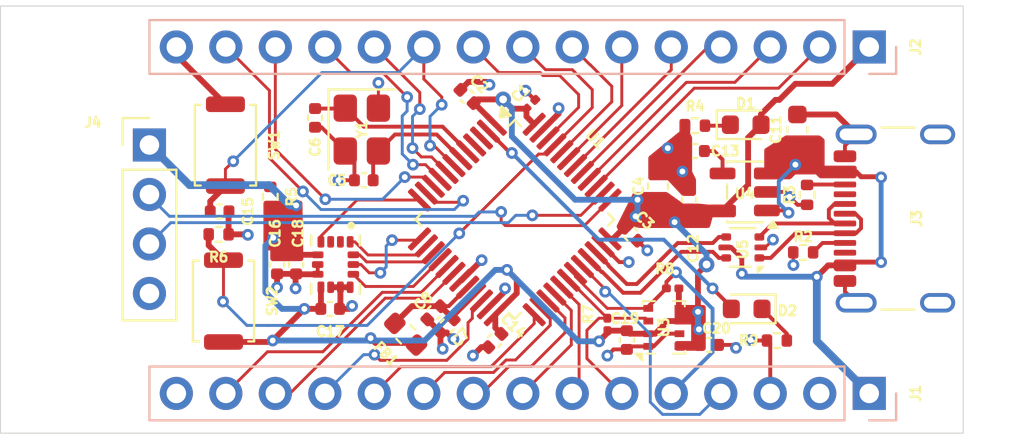
<source format=kicad_pcb>
(kicad_pcb (version 20241229) (generator "pcbnew") (generator_version "9.0")
  (layers (0 "F.Cu" signal "SIGNALF") (4 "In1.Cu" signal "GND1") (6 "In2.Cu" signal "GND2") (2 "B.Cu" signal "SIGNALB") (13 "F.Paste" user) (15 "B.Paste" user) (5 "F.SilkS" user "F.Silkscreen") (7 "B.SilkS" user "B.Silkscreen") (1 "F.Mask" user) (3 "B.Mask" user) (25 "Edge.Cuts" user))
  (net 0 "")
  (net 1 "/PA1")
  (net 2 "+3.3V")
  (net 3 "/PA3")
  (net 4 "/PA0")
  (net 5 "NRST")
  (net 6 "GND")
  (net 7 "BOOT0")
  (net 8 "/PA2")
  (net 9 "VREF")
  (net 10 "/PB11")
  (net 11 "/PB1")
  (net 12 "/PB2")
  (net 13 "/I2C1_SDA")
  (net 14 "/PB12")
  (net 17 "/PB3")
  (net 19 "/I2C1_SCL")
  (net 21 "/PB13")
  (net 22 "/PB10")
  (net 23 "/PB15")
  (net 24 "/PA10")
  (net 25 "/PB14")
  (net 26 "Net-(U4-BP)")
  (net 27 "VBUS")
  (net 28 "Net-(J3-D--PadA7)")
  (net 29 "Net-(J3-D+-PadA6)")
  (net 30 "Net-(J3-CC1)")
  (net 31 "Net-(J3-CC2)")
  (net 32 "/USBD+")
  (net 33 "/USBD-")
  (net 34 "/HSE_IN")
  (net 35 "/SSCLK")
  (net 36 "/MOSI")
  (net 37 "/HSE_OUT")
  (net 38 "/MISO")
  (net 39 "/NSS")
  (net 40 "/SWDIO")
  (net 41 "/SWCLK")
  (net 42 "/PC13")
  (net 45 "/PB5")
  (net 46 "/PB6")
  (net 47 "/PB4")
  (net 48 "Net-(D1-K)")
  (net 49 "Net-(D2-K)")
  (net 50 "/PB9")
  (net 51 "/PA4")
  (net 52 "/PA15")
  (net 53 "/PB7")
  (footprint "Resistor_SMD:R_0201_0603Metric" (layer "F.Cu") (at 141.5 75.2 -90)
    (property "Reference" "R7")
    (property "Value" "4k7")
  )
  (footprint "Capacitor_SMD:C_0402_1005Metric" (layer "F.Cu") (at 134.3 63.5 -45)
    (property "Reference" "C2")
    (property "Value" ".1uF")
  )
  (footprint "Capacitor_SMD:C_0402_1005Metric" (layer "F.Cu") (at 146 66.3)
    (property "Reference" "C13")
    (property "Value" "10nF")
  )
  (footprint "Capacitor_SMD:C_0603_1608Metric" (layer "F.Cu") (at 151.25 65.2 -90)
    (property "Reference" "C11")
    (property "Value" "10uF")
  )
  (footprint "Resistor_SMD:R_0402_1005Metric" (layer "F.Cu") (at 151.55 71.5)
    (property "Reference" "R2")
    (property "Value" "5k1")
  )
  (footprint "Crystal:Crystal_SMD_3225-4Pin_3.2x2.5mm" (layer "F.Cu") (at 128.9 65.2 -90)
    (property "Reference" "Y1")
    (property "Value" "25MHz")
  )
  (footprint "Resistor_SMD:R_0402_1005Metric" (layer "F.Cu") (at 150.2 76.025 180)
    (property "Reference" "R9")
    (property "Value" "330R")
  )
  (footprint "Package_TO_SOT_SMD:SOT-666" (layer "F.Cu") (at 148.45 71.2475 180)
    (property "Reference" "U5")
    (property "Value" "USBLC6-2P6")
  )
  (footprint "LED_SMD:LED_0603_1608Metric" (layer "F.Cu") (at 148.6 64.95)
    (property "Reference" "D1")
    (property "Value" "PWR_LED")
  )
  (footprint "Capacitor_SMD:C_0402_1005Metric" (layer "F.Cu") (at 142.710589 70.560589 135)
    (property "Reference" "C3")
    (property "Value" ".1uF")
  )
  (footprint "Resistor_SMD:R_0402_1005Metric" (layer "F.Cu") (at 124.2 68.65 90)
    (property "Reference" "R5")
    (property "Value" "10k")
  )
  (footprint "Package_TO_SOT_SMD:SOT-23-5" (layer "F.Cu") (at 148.55 68.4 180)
    (property "Reference" "U4")
    (property "Value" "SPX3819M5-L-3-3")
  )
  (footprint "Resistor_SMD:R_0402_1005Metric" (layer "F.Cu") (at 146 65 180)
    (property "Reference" "R4")
    (property "Value" "330R")
  )
  (footprint "Package_LGA:Bosch_LGA-8_2x2.5mm_P0.65mm_ClockwisePinNumbering" (layer "F.Cu") (at 144.4 75.35 90)
    (property "Reference" "U3")
    (property "Value" "BMP280")
  )
  (footprint "Capacitor_SMD:C_0402_1005Metric" (layer "F.Cu") (at 145.7 68.8 -90)
    (property "Reference" "C12")
    (property "Value" "10uF")
  )
  (footprint "Capacitor_SMD:C_0402_1005Metric" (layer "F.Cu") (at 135.725 76.025 45)
    (property "Reference" "C14")
    (property "Value" ".1uF")
  )
  (footprint "Resistor_SMD:R_0201_0603Metric" (layer "F.Cu") (at 144.85 73.35 180)
    (property "Reference" "R8")
    (property "Value" "4k7")
  )
  (footprint "Capacitor_SMD:C_0402_1005Metric" (layer "F.Cu") (at 127.275 74.4 180)
    (property "Reference" "C17")
    (property "Value" ".1uF")
  )
  (footprint "Capacitor_SMD:C_0402_1005Metric" (layer "F.Cu") (at 121.6 69.4 180)
    (property "Reference" "C15")
    (property "Value" "C")
  )
  (footprint "Capacitor_SMD:C_0402_1005Metric" (layer "F.Cu") (at 133.275 75.275 45)
    (property "Reference" "C7")
    (property "Value" ".1uF")
  )
  (footprint "Resistor_SMD:R_0402_1005Metric" (layer "F.Cu") (at 151.75 68.55 -90)
    (property "Reference" "R3")
    (property "Value" "5k1")
  )
  (footprint "Button_Switch_SMD:SW_Push_SPST_NO_Alps_SKRK" (layer "F.Cu") (at 121.8 74 90)
    (property "Reference" "SW2")
    (property "Value" "RST_SW")
  )
  (footprint "Resistor_SMD:R_0402_1005Metric" (layer "F.Cu") (at 121.55 70.575 180)
    (property "Reference" "R6")
    (property "Value" "10k")
  )
  (footprint "Capacitor_SMD:C_0402_1005Metric" (layer "F.Cu") (at 146.725 76.25 180)
    (property "Reference" "C20")
    (property "Value" ".1uF")
  )
  (footprint "Connector_PinHeader_2.54mm:PinHeader_1x04_P2.54mm_Vertical" (layer "F.Cu") (at 118 65.99)
    (property "Reference" "J4")
    (property "Value" "Conn_01x04_Pin")
  )
  (footprint "Capacitor_SMD:C_0402_1005Metric" (layer "F.Cu") (at 125.525 72.125 90)
    (property "Reference" "C18")
    (property "Value" ".1uF")
  )
  (footprint "Inductor_SMD:L_0603_1608Metric" (layer "F.Cu") (at 131.15 75.7 135)
    (property "Reference" "FB1")
    (property "Value" "FCM1608KF-601T03")
  )
  (footprint "Capacitor_SMD:C_0402_1005Metric" (layer "F.Cu") (at 132.6 74.6 45)
    (property "Reference" "C8")
    (property "Value" "1uF")
  )
  (footprint "LED_SMD:LED_0603_1608Metric" (layer "F.Cu") (at 148.65 74.4 180)
    (property "Reference" "D2")
    (property "Value" "USR_LED")
  )
  (footprint "Capacitor_SMD:C_0402_1005Metric" (layer "F.Cu") (at 126.5 64.6 90)
    (property "Reference" "C6")
    (property "Value" "C")
  )
  (footprint "Package_QFP:LQFP-48_7x7mm_P0.5mm" (layer "F.Cu") (at 136.7469 69.813 -45)
    (property "Reference" "U1")
    (property "Value" "STM32G491CETx")
  )
  (footprint "Capacitor_SMD:C_0402_1005Metric" (layer "F.Cu") (at 142.5 76 -90)
    (property "Reference" "C19")
    (property "Value" ".1uF")
  )
  (footprint "ICM-42688-P:PQFN50P300X250X97-14N" (layer "F.Cu") (at 127.55 72.125 -90)
    (property "Reference" "U2" (hide yes))
    (property "Value" "ICM-42688-P")
  )
  (footprint "Button_Switch_SMD:SW_Push_SPST_NO_Alps_SKRK" (layer "F.Cu") (at 121.9 66 -90)
    (property "Reference" "SW1")
    (property "Value" "RST_SW")
  )
  (footprint "Capacitor_SMD:C_0201_0603Metric" (layer "F.Cu") (at 137.575 63.9 -135)
    (property "Reference" "C1")
    (property "Value" ".1uF")
  )
  (footprint "Capacitor_SMD:C_0402_1005Metric" (layer "F.Cu") (at 124.55 72.125 90)
    (property "Reference" "C16")
    (property "Value" "2.2uF")
  )
  (footprint "Capacitor_SMD:C_0603_1608Metric" (layer "F.Cu") (at 144.1 68.1 -90)
    (property "Reference" "C4")
    (property "Value" "4.7uF")
  )
  (footprint "Connector_USB:USB_C_Receptacle_GCT_USB4105-xx-A_16P_TopMnt_Horizontal" (layer "F.Cu") (at 157.3737 69.7675 90)
    (property "Reference" "J3")
    (property "Value" "USB_C_Receptacle_USB2.0_16P")
  )
  (footprint "Capacitor_SMD:C_0402_1005Metric" (layer "F.Cu") (at 129 67.8 180)
    (property "Reference" "C5")
    (property "Value" "C")
  )
  (footprint "Connector_PinHeader_2.54mm:PinHeader_1x15_P2.54mm_Vertical" (layer "B.Cu") (at 154.94 78.74 90)
    (property "Reference" "J1")
    (property "Value" "Conn_01x15")
  )
  (footprint "Connector_PinHeader_2.54mm:PinHeader_1x15_P2.54mm_Vertical" (layer "B.Cu") (at 154.94 60.96 90)
    (property "Reference" "J2")
    (property "Value" "Conn_01x15")
  )
  (gr_rect (start 110.355 58.86) (end 159.765 80.78) (stroke (width 0.05)) (fill no) (layer "Edge.Cuts"))
  (segment (start 128.314 62.274) (end 127 60.96) (width 0.15) (layer "F.Cu") (net 1))
  (segment (start 130.899 63.205232) (end 130.899 63.205123) (width 0.15) (layer "F.Cu") (net 1))
  (segment (start 130.899 63.205123) (end 129.967877 62.274) (width 0.15) (layer "F.Cu") (net 1))
  (segment (start 129.967877 62.274) (end 128.314 62.274) (width 0.15) (layer "F.Cu") (net 1))
  (segment (start 132.166134 67) (end 131.525 67) (width 0.15) (layer "F.Cu") (net 1))
  (segment (start 131.225 63.531232) (end 130.899 63.205232) (width 0.15) (layer "F.Cu") (net 1))
  (segment (start 132.919685 67.753551) (end 132.166134 67) (width 0.15) (layer "F.Cu") (net 1))
  (via (at 131.525 67) (size 0.6) (drill 0.3) (layers "F.Cu" "B.Cu") (net 1))
  (via (at 131.225 63.531232) (size 0.6) (drill 0.3) (layers "F.Cu" "B.Cu") (net 1))
  (segment (start 131.225 63.531232) (end 131.225 64.25) (width 0.15) (layer "B.Cu") (net 1))
  (segment (start 130.974 64.501) (end 130.974 66.449) (width 0.15) (layer "B.Cu") (net 1))
  (segment (start 130.974 66.449) (end 131.525 67) (width 0.15) (layer "B.Cu") (net 1))
  (segment (start 131.225 64.25) (end 130.974 64.501) (width 0.15) (layer "B.Cu") (net 1))
  (segment (start 145.17 73.35) (end 145.17 74.345) (width 0.3) (layer "F.Cu") (net 2))
  (segment (start 148.724 65.6135) (end 149.3875 64.95) (width 0.3) (layer "F.Cu") (net 2))
  (segment (start 153.05 62.85) (end 154.94 60.96) (width 0.3) (layer "F.Cu") (net 2))
  (segment (start 141.5 75.52) (end 142.5 75.52) (width 0.3) (layer "F.Cu") (net 2))
  (segment (start 137.348726 64.126274) (end 136.626274 64.126274) (width 0.3) (layer "F.Cu") (net 2))
  (segment (start 151.15 62.85) (end 153.05 62.85) (width 0.3) (layer "F.Cu") (net 2))
  (segment (start 149.3875 64.4125) (end 150.126 63.674) (width 0.3) (layer "F.Cu") (net 2))
  (segment (start 135.748112 74.700876) (end 136.85 73.598988) (width 0.3) (layer "F.Cu") (net 2))
  (segment (start 144.6099 75.025) (end 145.2 75.025) (width 0.3) (layer "F.Cu") (net 2))
  (segment (start 131.599 76.149) (end 129.599 76.149) (width 0.3) (layer "F.Cu") (net 2))
  (segment (start 126.795 74.4) (end 125.95 74.4) (width 0.3) (layer "F.Cu") (net 2))
  (segment (start 146.15 74.55) (end 146.15 72.564238) (width 0.3) (layer "F.Cu") (net 2))
  (segment (start 135.748112 75.36929) (end 136.064411 75.685589) (width 0.3) (layer "F.Cu") (net 2))
  (segment (start 129.599 76.149) (end 129.35 75.9) (width 0.3) (layer "F.Cu") (net 2))
  (segment (start 131.706847 76.256847) (end 131.599 76.149) (width 0.3) (layer "F.Cu") (net 2))
  (segment (start 146.15 72.564238) (end 146.591738 72.1225) (width 0.3) (layer "F.Cu") (net 2))
  (segment (start 134.828822 63.65) (end 134.639411 63.839411) (width 0.3) (layer "F.Cu") (net 2))
  (segment (start 141.5 75.638878) (end 141.075 76.063878) (width 0.3) (layer "F.Cu") (net 2))
  (segment (start 149.3875 64.95) (end 149.3875 64.4125) (width 0.3) (layer "F.Cu") (net 2))
  (segment (start 137.348726 64.528162) (end 137.745688 64.925124) (width 0.3) (layer "F.Cu") (net 2))
  (segment (start 124.57 71.625) (end 124.55 71.645) (width 0.3) (layer "F.Cu") (net 2))
  (segment (start 126.8 74.395) (end 126.795 74.4) (width 0.3) (layer "F.Cu") (net 2))
  (segment (start 136.85 72.9) (end 136.35 72.4) (width 0.3) (layer "F.Cu") (net 2))
  (segment (start 143.9599 75.675) (end 144.6099 75.025) (width 0.3) (layer "F.Cu") (net 2))
  (segment (start 136.85 73.598988) (end 136.85 72.9) (width 0.3) (layer "F.Cu") (net 2))
  (segment (start 134.662399 63.839411) (end 135.748112 64.925124) (width 0.3) (layer "F.Cu") (net 2))
  (segment (start 136.626274 64.126274) (end 136.15 63.65) (width 0.3) (layer "F.Cu") (net 2))
  (segment (start 147.4125 69.35) (end 148.724 68.0385) (width 0.3) (layer "F.Cu") (net 2))
  (segment (start 134.639411 63.839411) (end 134.662399 63.839411) (width 0.3) (layer "F.Cu") (net 2))
  (segment (start 143.6 75.675) (end 143.9599 75.675) (width 0.3) (layer "F.Cu") (net 2))
  (segment (start 145.17 74.345) (end 145.2 74.375) (width 0.3) (layer "F.Cu") (net 2))
  (segment (start 141.634776 70.811788) (end 141.780568 70.811788) (width 0.3) (layer "F.Cu") (net 2))
  (segment (start 135.748112 74.700876) (end 135.748112 75.36929) (width 0.3) (layer "F.Cu") (net 2))
  (segment (start 141.780568 70.811788) (end 142.371178 70.221178) (width 0.3) (layer "F.Cu") (net 2))
  (segment (start 136.15 63.65) (end 134.828822 63.65) (width 0.3) (layer "F.Cu") (net 2))
  (segment (start 146.17 76.325) (end 146.245 76.25) (width 0.3) (layer "F.Cu") (net 2))
  (segment (start 125.545 71.625) (end 125.525 71.645) (width 0.3) (layer "F.Cu") (net 2))
  (segment (start 148.724 68.0385) (end 148.724 65.6135) (width 0.3) (layer "F.Cu") (net 2))
  (segment (start 143.6 75.675) (end 142.655 75.675) (width 0.3) (layer "F.Cu") (net 2))
  (segment (start 121.8 76.1) (end 124.25 76.1) (width 0.3) (layer "F.Cu") (net 2))
  (segment (start 142.655 75.675) (end 142.5 75.52) (width 0.3) (layer "F.Cu") (net 2))
  (segment (start 141.5 75.52) (end 141.5 75.638878) (width 0.3) (layer "F.Cu") (net 2))
  (segment (start 124.25 76.1) (end 124.325 76.025) (width 0.3) (layer "F.Cu") (net 2))
  (segment (start 124.325 76.025) (end 125.95 74.4) (width 0.3) (layer "F.Cu") (net 2))
  (segment (start 150.126 63.674) (end 150.326 63.674) (width 0.3) (layer "F.Cu") (net 2))
  (segment (start 126.8 73.289999) (end 126.8 74.395) (width 0.3) (layer "F.Cu") (net 2))
  (segment (start 137.348726 64.126274) (end 137.348726 64.528162) (width 0.3) (layer "F.Cu") (net 2))
  (segment (start 126.635 71.625) (end 125.545 71.625) (width 0.3) (layer "F.Cu") (net 2))
  (segment (start 150.326 63.674) (end 151.15 62.85) (width 0.3) (layer "F.Cu") (net 2))
  (via (at 125.95 74.4) (size 0.6) (drill 0.3) (layers "F.Cu" "B.Cu") (net 2))
  (via (at 142.95 69.65) (size 0.6) (drill 0.3) (layers "F.Cu" "B.Cu") (net 2))
  (via (at 136.35 72.4) (size 0.6) (drill 0.3) (layers "F.Cu" "B.Cu") (net 2))
  (via (at 136.15 63.65) (size 0.8) (drill 0.4) (layers "F.Cu" "B.Cu") (net 2))
  (via (at 129.35 75.9) (size 0.6) (drill 0.3) (layers "F.Cu" "B.Cu") (net 2))
  (via (at 143.05 68.8) (size 0.6) (drill 0.3) (layers "F.Cu" "B.Cu") (net 2))
  (via (at 124.35 70.75) (size 0.6) (drill 0.3) (layers "F.Cu" "B.Cu") (net 2))
  (via (at 144.95 69.95) (size 0.6) (drill 0.3) (layers "F.Cu" "B.Cu") (net 2))
  (via (at 146.591738 72.1225) (size 0.8) (drill 0.4) (layers "F.Cu" "B.Cu") (net 2))
  (via (at 146.15 74.55) (size 0.6) (drill 0.3) (layers "F.Cu" "B.Cu") (net 2))
  (via (at 124.325 76.025) (size 0.6) (drill 0.3) (layers "F.Cu" "B.Cu") (net 2))
  (via (at 141.075 76.063878) (size 0.6) (drill 0.3) (layers "F.Cu" "B.Cu") (net 2))
  (via (at 125.53 69.09) (size 0.6) (drill 0.3) (layers "F.Cu" "B.Cu") (net 2))
  (via (at 146.2 75.45) (size 0.6) (drill 0.3) (layers "F.Cu" "B.Cu") (net 2))
  (segment (start 125.19 69.09) (end 124.15 68.05) (width 0.4) (layer "B.Cu") (net 2))
  (segment (start 136.6 65.550057) (end 139.849943 68.8) (width 0.3) (layer "B.Cu") (net 2))
  (segment (start 146.15 74.55) (end 146.15 75.4) (width 0.3) (layer "B.Cu") (net 2))
  (segment (start 120.06 68.05) (end 118 65.99) (width 0.4) (layer "B.Cu") (net 2))
  (segment (start 124.35 70.75) (end 123.949 71.151) (width 0.3) (layer "B.Cu") (net 2))
  (segment (start 136.15 63.65) (end 136.6 64.1) (width 0.3) (layer "B.Cu") (net 2))
  (segment (start 135.75 72.4) (end 136.35 72.4) (width 0.3) (layer "B.Cu") (net 2))
  (segment (start 124.15 68.05) (end 120.06 68.05) (width 0.4) (layer "B.Cu") (net 2))
  (segment (start 124.325 76.025) (end 132.125 76.025) (width 0.3) (layer "B.Cu") (net 2))
  (segment (start 143.05 68.8) (end 143.05 69.55) (width 0.3) (layer "B.Cu") (net 2))
  (segment (start 146.591738 71.591738) (end 144.95 69.95) (width 0.3) (layer "B.Cu") (net 2))
  (segment (start 139.849943 68.8) (end 143.05 68.8) (width 0.3) (layer "B.Cu") (net 2))
  (segment (start 146.591738 72.1225) (end 146.591738 71.591738) (width 0.3) (layer "B.Cu") (net 2))
  (segment (start 140.013878 76.063878) (end 136.35 72.4) (width 0.3) (layer "B.Cu") (net 2))
  (segment (start 132.125 76.025) (end 135.75 72.4) (width 0.3) (layer "B.Cu") (net 2))
  (segment (start 141.075 76.063878) (end 140.013878 76.063878) (width 0.3) (layer "B.Cu") (net 2))
  (segment (start 124.800057 74.4) (end 125.95 74.4) (width 0.3) (layer "B.Cu") (net 2))
  (segment (start 123.949 73.548943) (end 124.800057 74.4) (width 0.3) (layer "B.Cu") (net 2))
  (segment (start 146.15 75.4) (end 146.2 75.45) (width 0.3) (layer "B.Cu") (net 2))
  (segment (start 143.05 69.55) (end 142.95 69.65) (width 0.3) (layer "B.Cu") (net 2))
  (segment (start 136.6 64.1) (end 136.6 65.550057) (width 0.3) (layer "B.Cu") (net 2))
  (segment (start 125.53 69.09) (end 125.19 69.09) (width 0.4) (layer "B.Cu") (net 2))
  (segment (start 123.949 71.151) (end 123.949 73.548943) (width 0.3) (layer "B.Cu") (net 2))
  (segment (start 132.682986 68.931066) (end 132.212578 68.460658) (width 0.15) (layer "F.Cu") (net 3))
  (segment (start 134.1 68.85) (end 134.018934 68.931066) (width 0.15) (layer "F.Cu") (net 3))
  (segment (start 134.018934 68.931066) (end 132.682986 68.931066) (width 0.15) (layer "F.Cu") (net 3))
  (segment (start 121.92 60.96) (end 124.159 63.199) (width 0.15) (layer "F.Cu") (net 3))
  (segment (start 124.159 66.659) (end 125.875 68.375) (width 0.15) (layer "F.Cu") (net 3))
  (segment (start 124.159 63.199) (end 124.159 66.659) (width 0.15) (layer "F.Cu") (net 3))
  (via (at 125.875 68.375) (size 0.6) (drill 0.3) (layers "F.Cu" "B.Cu") (net 3))
  (via (at 134.1 68.85) (size 0.6) (drill 0.3) (layers "F.Cu" "B.Cu") (net 3))
  (segment (start 133.649 69.301) (end 134.1 68.85) (width 0.15) (layer "B.Cu") (net 3))
  (segment (start 126.801 69.301) (end 133.649 69.301) (width 0.15) (layer "B.Cu") (net 3))
  (segment (start 125.875 68.375) (end 126.801 69.301) (width 0.15) (layer "B.Cu") (net 3))
  (segment (start 132.47424 66.601) (end 131.951 66.601) (width 0.15) (layer "F.Cu") (net 4))
  (segment (start 131.875 63.793877) (end 131.874 63.792877) (width 0.15) (layer "F.Cu") (net 4))
  (segment (start 131.874 63.792877) (end 131.874 63.294) (width 0.15) (layer "F.Cu") (net 4))
  (segment (start 133.273238 67.399998) (end 132.47424 66.601) (width 0.15) (layer "F.Cu") (net 4))
  (segment (start 131.951 66.601) (end 131.5 66.15) (width 0.15) (layer "F.Cu") (net 4))
  (segment (start 131.874 63.294) (end 129.54 60.96) (width 0.15) (layer "F.Cu") (net 4))
  (segment (start 131.875 64.148685) (end 131.875 63.793877) (width 0.15) (layer "F.Cu") (net 4))
  (via (at 131.5 66.15) (size 0.6) (drill 0.3) (layers "F.Cu" "B.Cu") (net 4))
  (via (at 131.875 64.148685) (size 0.6) (drill 0.3) (layers "F.Cu" "B.Cu") (net 4))
  (segment (start 131.5 64.523685) (end 131.5 66.15) (width 0.15) (layer "B.Cu") (net 4))
  (segment (start 131.875 64.148685) (end 131.5 64.523685) (width 0.15) (layer "B.Cu") (net 4))
  (segment (start 121.9 68.1) (end 121.9 67.225) (width 0.15) (layer "F.Cu") (net 5))
  (segment (start 132.605346 66.025) (end 132.4 66.025) (width 0.15) (layer "F.Cu") (net 5))
  (segment (start 121.9 68.1) (end 124.16 68.1) (width 0.15) (layer "F.Cu") (net 5))
  (segment (start 133 63.925) (end 133 63.525) (width 0.15) (layer "F.Cu") (net 5))
  (segment (start 133 63.525) (end 132.08 62.605) (width 0.15) (layer "F.Cu") (net 5))
  (segment (start 121.9 67.225) (end 122.3 66.825) (width 0.15) (layer "F.Cu") (net 5))
  (segment (start 133.626791 67.046445) (end 132.605346 66.025) (width 0.15) (layer "F.Cu") (net 5))
  (segment (start 132.08 62.605) (end 132.08 60.96) (width 0.15) (layer "F.Cu") (net 5))
  (segment (start 121.12 68.88) (end 121.9 68.1) (width 0.3) (layer "F.Cu") (net 5))
  (segment (start 121.12 69.4) (end 121.12 68.88) (width 0.3) (layer "F.Cu") (net 5))
  (segment (start 124.16 68.1) (end 124.2 68.14) (width 0.15) (layer "F.Cu") (net 5))
  (via (at 122.3 66.825) (size 0.6) (drill 0.3) (layers "F.Cu" "B.Cu") (net 5))
  (via (at 132.4 66.025) (size 0.6) (drill 0.3) (layers "F.Cu" "B.Cu") (net 5))
  (via (at 133 63.925) (size 0.6) (drill 0.3) (layers "F.Cu" "B.Cu") (net 5))
  (segment (start 130.765 62.275) (end 132.08 60.96) (width 0.15) (layer "B.Cu") (net 5))
  (segment (start 128.924 62.274) (end 128.925 62.275) (width 0.15) (layer "B.Cu") (net 5))
  (segment (start 126.851 62.274) (end 128.924 62.274) (width 0.15) (layer "B.Cu") (net 5))
  (segment (start 122.3 66.825) (end 126.851 62.274) (width 0.15) (layer "B.Cu") (net 5))
  (segment (start 133 63.925) (end 132.4 64.525) (width 0.15) (layer "B.Cu") (net 5))
  (segment (start 128.925 62.275) (end 130.765 62.275) (width 0.15) (layer "B.Cu") (net 5))
  (segment (start 132.4 64.525) (end 132.4 66.025) (width 0.15) (layer "B.Cu") (net 5))
  (segment (start 132.4 66.025) (end 132.4 66.05) (width 0.15) (layer "B.Cu") (net 5))
  (segment (start 142.655 76.325) (end 142.5 76.48) (width 0.2) (layer "F.Cu") (net 6))
  (segment (start 128.25 74.4) (end 128.4 74.25) (width 0.3) (layer "F.Cu") (net 6))
  (segment (start 132.935589 75.614411) (end 133.264411 75.614411) (width 0.3) (layer "F.Cu") (net 6))
  (segment (start 122.06 70.575) (end 122.06 69.42) (width 0.3) (layer "F.Cu") (net 6))
  (segment (start 122.06 70.575) (end 123.025 70.575) (width 0.3) (layer "F.Cu") (net 6))
  (segment (start 123.025 70.575) (end 123.05 70.6) (width 0.3) (layer "F.Cu") (net 6))
  (segment (start 126.5 65.08) (end 126.83 65.08) (width 0.2) (layer "F.Cu") (net 6))
  (segment (start 136.25 73.49188) (end 136.25 73.35) (width 0.3) (layer "F.Cu") (net 6))
  (segment (start 150.85 68.65) (end 151.26 69.06) (width 0.2) (layer "F.Cu") (net 6))
  (segment (start 126.83 65.08) (end 128.05 66.3) (width 0.2) (layer "F.Cu") (net 6))
  (segment (start 125.545 72.625) (end 125.525 72.605) (width 0.2) (layer "F.Cu") (net 6))
  (segment (start 141.82 76.48) (end 141.5 76.8) (width 0.2) (layer "F.Cu") (net 6))
  (segment (start 124.55 72.605) (end 124.55 73.3) (width 0.3) (layer "F.Cu") (net 6))
  (segment (start 129.75 64.1) (end 129.75 62.8) (width 0.15) (layer "F.Cu") (net 6))
  (segment (start 134.6 62.75) (end 135.3 62.75) (width 0.3) (layer "F.Cu") (net 6))
  (segment (start 132.935589 75.614411) (end 132.935589 76.335589) (width 0.3) (layer "F.Cu") (net 6))
  (segment (start 133.960589 63.160589) (end 134.371178 62.75) (width 0.3) (layer "F.Cu") (net 6))
  (segment (start 145.2 75.675) (end 144.527 75.675) (width 0.2) (layer "F.Cu") (net 6))
  (segment (start 127.8 73.29) (end 128.3 73.289999) (width 0.3) (layer "F.Cu") (net 6))
  (segment (start 153.6937 72.9675) (end 153.6937 73.5125) (width 0.2) (layer "F.Cu") (net 6))
  (segment (start 119.38 61.38) (end 119.38 60.96) (width 0.3) (layer "F.Cu") (net 6))
  (segment (start 149.375 71.2475) (end 149.6025 71.2475) (width 0.15) (layer "F.Cu") (net 6))
  (segment (start 135.035589 76.364411) (end 134.6 76.8) (width 0.3) (layer "F.Cu") (net 6))
  (segment (start 149.6875 68.4) (end 150.6 68.4) (width 0.2) (layer "F.Cu") (net 6))
  (segment (start 141.281222 71.165342) (end 142.11588 72) (width 0.2) (layer "F.Cu") (net 6))
  (segment (start 132.935589 76.335589) (end 133.05 76.45) (width 0.2) (layer "F.Cu") (net 6))
  (segment (start 132.260589 74.939411) (end 132.935589 75.614411) (width 0.3) (layer "F.Cu") (net 6))
  (segment (start 127.8 74.355) (end 127.755 74.4) (width 0.3) (layer "F.Cu") (net 6))
  (segment (start 142.11588 72) (end 142.6 72) (width 0.2) (layer "F.Cu") (net 6))
  (segment (start 143.6 76.325) (end 142.655 76.325) (width 0.2) (layer "F.Cu") (net 6))
  (segment (start 135.385589 76.364411) (end 135.035589 76.364411) (width 0.3) (layer "F.Cu") (net 6))
  (segment (start 121.9 63.9) (end 119.38 61.38) (width 0.3) (layer "F.Cu") (net 6))
  (segment (start 153.6937 66.5675) (end 153.6937 66.0225) (width 0.2) (layer "F.Cu") (net 6))
  (segment (start 150.6 68.4) (end 150.85 68.65) (width 0.2) (layer "F.Cu") (net 6))
  (segment (start 124.57 72.625) (end 124.55 72.605) (width 0.3) (layer "F.Cu") (net 6))
  (segment (start 135.394558 74.347322) (end 136.25 73.49188) (width 0.3) (layer "F.Cu") (net 6))
  (segment (start 153.6937 73.5125) (end 154.2687 74.0875) (width 0.2) (layer "F.Cu") (net 6))
  (segment (start 149.86 78.74) (end 149.86 76.195) (width 0.2) (layer "F.Cu") (net 6))
  (segment (start 137.773726 63.673726) (end 137.3 63.2) (width 0.2) (layer "F.Cu") (net 6))
  (segment (start 134.016891 72.933109) (end 135.05 71.9) (width 0.3) (layer "F.Cu") (net 6))
  (segment (start 147.95 76.25) (end 148.1 76.4) (width 0.2) (layer "F.Cu") (net 6))
  (segment (start 126.635 72.125) (end 126.635 72.625) (width 0.2) (layer "F.Cu") (net 6))
  (segment (start 125.525 73.325) (end 125.5 73.35) (width 0.3) (layer "F.Cu") (net 6))
  (segment (start 128.52 67.8) (end 128.52 66.77) (width 0.2) (layer "F.Cu") (net 6))
  (segment (start 151.04 71.5) (end 151.04 72.14) (width 0.15) (layer "F.Cu") (net 6))
  (segment (start 127.8 73.29) (end 127.8 74.355) (width 0.3) (layer "F.Cu") (net 6))
  (segment (start 138.099242 65.278678) (end 139 64.37792) (width 0.3) (layer "F.Cu") (net 6))
  (segment (start 143.877 76.325) (end 143.6 76.325) (width 0.2) (layer "F.Cu") (net 6))
  (segment (start 126.635 72.625) (end 125.545 72.625) (width 0.3) (layer "F.Cu") (net 6))
  (segment (start 122.06 69.42) (end 122.08 69.4) (width 0.3) (layer "F.Cu") (net 6))
  (segment (start 147.205 76.25) (end 147.95 76.25) (width 0.2) (layer "F.Cu") (net 6))
  (segment (start 151.25 64.425) (end 153.2462 64.425) (width 0.3) (layer "F.Cu") (net 6))
  (segment (start 143.05 70.9) (end 143.55 71.4) (width 0.2) (layer "F.Cu") (net 6))
  (segment (start 134.371178 62.75) (end 134.6 62.75) (width 0.3) (layer "F.Cu") (net 6))
  (segment (start 153.2462 64.425) (end 154.2687 65.4475) (width 0.3) (layer "F.Cu") (net 6))
  (segment (start 133.264411 75.614411) (end 133.6 75.95) (width 0.3) (layer "F.Cu") (net 6))
  (segment (start 149.86 76.195) (end 149.69 76.025) (width 0.2) (layer "F.Cu") (net 6))
  (segment (start 149.6025 71.2475) (end 150 70.85) (width 0.15) (layer "F.Cu") (net 6))
  (segment (start 133.980345 72.933109) (end 134.016891 72.933109) (width 0.3) (layer "F.Cu") (net 6))
  (segment (start 128.52 67.8) (end 127.7 67.8) (width 0.2) (layer "F.Cu") (net 6))
  (segment (start 128.52 66.77) (end 128.05 66.3) (width 0.2) (layer "F.Cu") (net 6))
  (segment (start 124.55 72.605) (end 125.525 72.605) (width 0.3) (layer "F.Cu") (net 6))
  (segment (start 144.527 75.675) (end 143.877 76.325) (width 0.2) (layer "F.Cu") (net 6))
  (segment (start 135.3 62.75) (end 135.45 62.9) (width 0.3) (layer "F.Cu") (net 6))
  (segment (start 142.5 76.48) (end 141.82 76.48) (width 0.2) (layer "F.Cu") (net 6))
  (segment (start 149.69 76.025) (end 148.875 76.025) (width 0.2) (layer "F.Cu") (net 6))
  (segment (start 125.5 73.35) (end 125.5 72.63) (width 0.3) (layer "F.Cu") (net 6))
  (segment (start 148.875 76.025) (end 148.85 76) (width 0.2) (layer "F.Cu") (net 6))
  (segment (start 139 64.37792) (end 139 64.1) (width 0.3) (layer "F.Cu") (net 6))
  (segment (start 127.755 74.4) (end 128.25 74.4) (width 0.3) (layer "F.Cu") (net 6))
  (segment (start 125.5 72.63) (end 125.525 72.605) (width 0.3) (layer "F.Cu") (net 6))
  (segment (start 151.26 69.06) (end 151.75 69.06) (width 0.2) (layer "F.Cu") (net 6))
  (segment (start 151.04 72.14) (end 151.05 72.15) (width 0.15) (layer "F.Cu") (net 6))
  (segment (start 127.8 73.29) (end 127.3 73.29) (width 0.3) (layer "F.Cu") (net 6))
  (segment (start 153.6937 66.0225) (end 154.2687 65.4475) (width 0.2) (layer "F.Cu") (net 6))
  (segment (start 137.801274 63.673726) (end 137.773726 63.673726) (width 0.2) (layer "F.Cu") (net 6))
  (via (at 145.35 67.35) (size 0.6) (drill 0.3) (layers "F.Cu" "B.Cu") (net 6))
  (via (at 139 64.1) (size 0.6) (drill 0.3) (layers "F.Cu" "B.Cu") (net 6))
  (via (at 150 70.85) (size 0.6) (drill 0.3) (layers "F.Cu" "B.Cu") (net 6))
  (via (at 133.6 75.95) (size 0.6) (drill 0.3) (layers "F.Cu" "B.Cu") (net 6))
  (via (at 135.45 62.9) (size 0.6) (drill 0.3) (layers "F.Cu" "B.Cu") (net 6))
  (via (at 123.05 70.6) (size 0.6) (drill 0.3) (layers "F.Cu" "B.Cu") (net 6))
  (via (at 148.1 76.4) (size 0.6) (drill 0.3) (layers "F.Cu" "B.Cu") (net 6))
  (via (at 144.6 66.15) (size 0.6) (drill 0.3) (layers "F.Cu" "B.Cu") (net 6))
  (via (at 148.85 76) (size 0.6) (drill 0.3) (layers "F.Cu" "B.Cu") (net 6))
  (via (at 129.75 62.8) (size 0.6) (drill 0.3) (layers "F.Cu" "B.Cu") (net 6))
  (via (at 124.55 73.3) (size 0.6) (drill 0.3) (layers "F.Cu" "B.Cu") (net 6))
  (via (at 127.7 67.8) (size 0.6) (drill 0.3) (layers "F.Cu" "B.Cu") (net 6))
  (via (at 134.6 76.8) (size 0.6) (drill 0.3) (layers "F.Cu" "B.Cu") (net 6))
  (via (at 142.6 72) (size 0.6) (drill 0.3) (layers "F.Cu" "B.Cu") (net 6))
  (via (at 141.5 76.8) (size 0.6) (drill 0.3) (layers "F.Cu" "B.Cu") (net 6))
  (via (at 151.05 72.15) (size 0.6) (drill 0.3) (layers "F.Cu" "B.Cu") (net 6))
  (via (at 137.3 63.2) (size 0.6) (drill 0.3) (layers "F.Cu" "B.Cu") (net 6))
  (via (at 143.55 71.4) (size 0.6) (drill 0.3) (layers "F.Cu" "B.Cu") (net 6))
  (via (at 133.05 76.45) (size 0.6) (drill 0.3) (layers "F.Cu" "B.Cu") (net 6))
  (via (at 150.85 68.65) (size 0.6) (drill 0.3) (layers "F.Cu" "B.Cu") (net 6))
  (via (at 128.4 74.25) (size 0.6) (drill 0.3) (layers "F.Cu" "B.Cu") (net 6))
  (via (at 135.05 71.9) (size 0.6) (drill 0.3) (layers "F.Cu" "B.Cu") (net 6))
  (via (at 136.25 73.35) (size 0.6) (drill 0.3) (layers "F.Cu" "B.Cu") (net 6))
  (via (at 125.5 73.35) (size 0.6) (drill 0.3) (layers "F.Cu" "B.Cu") (net 6))
  (segment (start 139.7 62.125) (end 140.725 63.15) (width 0.15) (layer "F.Cu") (net 7))
  (segment (start 121.8 71.9) (end 121.8 74) (width 0.15) (layer "F.Cu") (net 7))
  (segment (start 121.04 70.575) (end 121.04 71.14) (width 0.3) (layer "F.Cu") (net 7))
  (segment (start 140.725 64.067134) (end 138.806349 65.985785) (width 0.15) (layer "F.Cu") (net 7))
  (segment (start 138.325 62.125) (end 139.7 62.125) (width 0.15) (layer "F.Cu") (net 7))
  (segment (start 121.04 71.14) (end 121.8 71.9) (width 0.3) (layer "F.Cu") (net 7))
  (segment (start 138.335942 66.456192) (end 137.968808 66.456192) (width 0.15) (layer "F.Cu") (net 7))
  (segment (start 137.968808 66.456192) (end 133.9 70.525) (width 0.15) (layer "F.Cu") (net 7))
  (segment (start 140.725 63.15) (end 140.725 64.067134) (width 0.15) (layer "F.Cu") (net 7))
  (segment (start 138.806349 65.985785) (end 138.335942 66.456192) (width 0.15) (layer "F.Cu") (net 7))
  (segment (start 121.8 74) (end 121.775 74.025) (width 0.15) (layer "F.Cu") (net 7))
  (segment (start 137.16 60.96) (end 138.325 62.125) (width 0.15) (layer "F.Cu") (net 7))
  (via (at 133.9 70.525) (size 0.6) (drill 0.3) (layers "F.Cu" "B.Cu") (net 7))
  (via (at 121.775 74.025) (size 0.6) (drill 0.3) (layers "F.Cu" "B.Cu") (net 7))
  (segment (start 124.075 75.25) (end 129.175 75.25) (width 0.15) (layer "B.Cu") (net 7))
  (segment (start 121.775 74.025) (end 123 75.25) (width 0.15) (layer "B.Cu") (net 7))
  (segment (start 129.175 75.25) (end 133.9 70.525) (width 0.15) (layer "B.Cu") (net 7))
  (segment (start 123 75.25) (end 124.075 75.25) (width 0.15) (layer "B.Cu") (net 7))
  (segment (start 132.095723 67.636697) (end 131.102234 67.636697) (width 0.15) (layer "F.Cu") (net 8))
  (segment (start 124.46 66.21) (end 127.025 68.775) (width 0.15) (layer "F.Cu") (net 8))
  (segment (start 124.46 64.571482) (end 124.46 66.21) (width 0.15) (layer "F.Cu") (net 8))
  (segment (start 132.566131 68.107105) (end 132.095723 67.636697) (width 0.15) (layer "F.Cu") (net 8))
  (segment (start 124.46 60.96) (end 124.46 64.571482) (width 0.15) (layer "F.Cu") (net 8))
  (via (at 131.102234 67.636697) (size 0.6) (drill 0.3) (layers "F.Cu" "B.Cu") (net 8))
  (via (at 127.025 68.775) (size 0.6) (drill 0.3) (layers "F.Cu" "B.Cu") (net 8))
  (segment (start 129.963931 68.775) (end 131.102234 67.636697) (width 0.15) (layer "B.Cu") (net 8))
  (segment (start 127.025 68.775) (end 129.963931 68.775) (width 0.15) (layer "B.Cu") (net 8))
  (segment (start 133.614411 74.935589) (end 132.939411 74.260589) (width 0.3) (layer "F.Cu") (net 9))
  (segment (start 134.333898 73.286662) (end 133.359971 74.260589) (width 0.2) (layer "F.Cu") (net 9))
  (segment (start 133.614411 74.935589) (end 133.614411 74.713255) (width 0.3) (layer "F.Cu") (net 9))
  (segment (start 130.593153 75.143153) (end 131.475717 74.260589) (width 0.3) (layer "F.Cu") (net 9))
  (segment (start 131.475717 74.260589) (end 132.939411 74.260589) (width 0.3) (layer "F.Cu") (net 9))
  (segment (start 133.359971 74.260589) (end 132.939411 74.260589) (width 0.2) (layer "F.Cu") (net 9))
  (segment (start 133.614411 74.713255) (end 134.687451 73.640215) (width 0.3) (layer "F.Cu") (net 9))
  (segment (start 137.745688 74.700876) (end 137.745688 75.154312) (width 0.15) (layer "F.Cu") (net 10))
  (segment (start 137.745688 75.154312) (end 135.537 77.363) (width 0.15) (layer "F.Cu") (net 10))
  (segment (start 135.537 77.363) (end 130.917 77.363) (width 0.15) (layer "F.Cu") (net 10))
  (segment (start 130.917 77.363) (end 129.54 78.74) (width 0.15) (layer "F.Cu") (net 10))
  (segment (start 124.06 76.6) (end 121.92 78.74) (width 0.15) (layer "F.Cu") (net 11))
  (segment (start 126.9 76.6) (end 124.06 76.6) (width 0.15) (layer "F.Cu") (net 11))
  (segment (start 131.94824 73.551) (end 129.949 73.551) (width 0.15) (layer "F.Cu") (net 11))
  (segment (start 129.949 73.551) (end 126.9 76.6) (width 0.15) (layer "F.Cu") (net 11))
  (segment (start 133.273238 72.226002) (end 131.94824 73.551) (width 0.15) (layer "F.Cu") (net 11))
  (segment (start 130.098 73.852) (end 125.21 78.74) (width 0.15) (layer "F.Cu") (net 12))
  (segment (start 125.21 78.74) (end 124.46 78.74) (width 0.15) (layer "F.Cu") (net 12))
  (segment (start 133.626791 72.579555) (end 132.354346 73.852) (width 0.15) (layer "F.Cu") (net 12))
  (segment (start 132.354346 73.852) (end 130.098 73.852) (width 0.15) (layer "F.Cu") (net 12))
  (segment (start 140.45 75.5) (end 141.07 74.88) (width 0.15) (layer "F.Cu") (net 13))
  (segment (start 142.24 78.74) (end 140.45 76.95) (width 0.15) (layer "F.Cu") (net 13))
  (segment (start 141.07 74.88) (end 141.5 74.88) (width 0.15) (layer "F.Cu") (net 13))
  (segment (start 139.513455 72.933109) (end 139.553109 72.933109) (width 0.15) (layer "F.Cu") (net 13))
  (segment (start 143.455 74.88) (end 141.5 74.88) (width 0.15) (layer "F.Cu") (net 13))
  (segment (start 143.6 75.025) (end 143.455 74.88) (width 0.15) (layer "F.Cu") (net 13))
  (segment (start 139.553109 72.933109) (end 141.5 74.88) (width 0.15) (layer "F.Cu") (net 13))
  (segment (start 140.45 76.95) (end 140.45 75.5) (width 0.15) (layer "F.Cu") (net 13))
  (segment (start 136.3 77.025) (end 135.661 77.664) (width 0.15) (layer "F.Cu") (net 14))
  (segment (start 136.784158 77.025) (end 136.3 77.025) (width 0.15) (layer "F.Cu") (net 14))
  (segment (start 138.099242 74.347322) (end 138.569649 74.817729) (width 0.15) (layer "F.Cu") (net 14))
  (segment (start 135.661 77.664) (end 133.156 77.664) (width 0.15) (layer "F.Cu") (net 14))
  (segment (start 133.156 77.664) (end 132.08 78.74) (width 0.15) (layer "F.Cu") (net 14))
  (segment (start 138.569649 75.239509) (end 136.784158 77.025) (width 0.15) (layer "F.Cu") (net 14))
  (segment (start 138.569649 74.817729) (end 138.569649 75.239509) (width 0.15) (layer "F.Cu") (net 14))
  (segment (start 145.553666 62.774) (end 140.574115 67.753551) (width 0.15) (layer "F.Cu") (net 17))
  (segment (start 148.046 62.774) (end 145.553666 62.774) (width 0.15) (layer "F.Cu") (net 17))
  (segment (start 149.86 60.96) (end 148.046 62.774) (width 0.15) (layer "F.Cu") (net 17))
  (segment (start 139.867009 72.579555) (end 139.867009 72.747009) (width 0.15) (layer "F.Cu") (net 19))
  (segment (start 144.53 73.35) (end 144.53 73.016016) (width 0.2) (layer "F.Cu") (net 19))
  (segment (start 143.6 74.375) (end 143.6 74.28) (width 0.2) (layer "F.Cu") (net 19))
  (segment (start 144.53 73.016016) (end 145.023008 72.523008) (width 0.2) (layer "F.Cu") (net 19))
  (segment (start 143.6 74.28) (end 144.53 73.35) (width 0.2) (layer "F.Cu") (net 19))
  (segment (start 141.495 74.375) (end 143.6 74.375) (width 0.15) (layer "F.Cu") (net 19))
  (segment (start 139.867009 72.747009) (end 141.495 74.375) (width 0.15) (layer "F.Cu") (net 19))
  (via (at 145.023008 72.523008) (size 0.6) (drill 0.3) (layers "F.Cu" "B.Cu") (net 19))
  (segment (start 146.9 74.4) (end 146.9 76.62) (width 0.2) (layer "B.Cu") (net 19))
  (segment (start 146.9 76.62) (end 144.78 78.74) (width 0.2) (layer "B.Cu") (net 19))
  (segment (start 145.023008 72.523008) (end 146.9 74.4) (width 0.2) (layer "B.Cu") (net 19))
  (segment (start 137.6 77.35) (end 136.45 77.35) (width 0.15) (layer "F.Cu") (net 21))
  (segment (start 135.06 78.74) (end 134.62 78.74) (width 0.15) (layer "F.Cu") (net 21))
  (segment (start 139.325 74.865974) (end 139.325 75.625) (width 0.15) (layer "F.Cu") (net 21))
  (segment (start 136.45 77.35) (end 135.06 78.74) (width 0.15) (layer "F.Cu") (net 21))
  (segment (start 139.325 75.625) (end 137.6 77.35) (width 0.15) (layer "F.Cu") (net 21))
  (segment (start 138.452795 73.993769) (end 139.325 74.865974) (width 0.15) (layer "F.Cu") (net 21))
  (segment (start 129.55 76.75) (end 129.841758 77.041758) (width 0.15) (layer "F.Cu") (net 22))
  (segment (start 134.570597 74.885955) (end 134.570597 74.464177) (width 0.15) (layer "F.Cu") (net 22))
  (segment (start 134.570597 74.464177) (end 135.041005 73.993769) (width 0.15) (layer "F.Cu") (net 22))
  (segment (start 134.35 75.106552) (end 134.570597 74.885955) (width 0.15) (layer "F.Cu") (net 22))
  (segment (start 129.841758 77.041758) (end 133.258242 77.041758) (width 0.15) (layer "F.Cu") (net 22))
  (segment (start 134.35 75.95) (end 134.35 75.106552) (width 0.15) (layer "F.Cu") (net 22))
  (segment (start 133.258242 77.041758) (end 134.35 75.95) (width 0.15) (layer "F.Cu") (net 22))
  (via (at 129.55 76.75) (size 0.6) (drill 0.3) (layers "F.Cu" "B.Cu") (net 22))
  (segment (start 127 78.74) (end 128.99 76.75) (width 0.15) (layer "B.Cu") (net 22))
  (segment (start 128.99 76.75) (end 129.55 76.75) (width 0.15) (layer "B.Cu") (net 22))
  (segment (start 140.05 74.17676) (end 140.05 78.39) (width 0.15) (layer "F.Cu") (net 23))
  (segment (start 140.05 78.39) (end 139.7 78.74) (width 0.15) (layer "F.Cu") (net 23))
  (segment (start 139.159902 73.286662) (end 140.05 74.17676) (width 0.15) (layer "F.Cu") (net 23))
  (segment (start 141.39 73.39544) (end 140.220562 72.226002) (width 0.15) (layer "F.Cu") (net 24))
  (segment (start 140.220562 72.226002) (end 140.220562 72.220562) (width 0.15) (layer "F.Cu") (net 24))
  (segment (start 141.39 73.52) (end 141.39 73.39544) (width 0.15) (layer "F.Cu") (net 24))
  (via (at 141.39 73.52) (size 0.6) (drill 0.3) (layers "F.Cu" "B.Cu") (net 24))
  (segment (start 141.39 73.52) (end 141.52 73.52) (width 0.15) (layer "B.Cu") (net 24))
  (segment (start 144.334306 79.816) (end 146.244 79.816) (width 0.15) (layer "B.Cu") (net 24))
  (segment (start 143.704 75.704) (end 143.704 79.185694) (width 0.15) (layer "B.Cu") (net 24))
  (segment (start 141.52 73.52) (end 143.704 75.704) (width 0.15) (layer "B.Cu") (net 24))
  (segment (start 146.244 79.816) (end 147.32 78.74) (width 0.15) (layer "B.Cu") (net 24))
  (segment (start 143.704 79.185694) (end 144.334306 79.816) (width 0.15) (layer "B.Cu") (net 24))
  (segment (start 139.65 74.483866) (end 139.65 76.25) (width 0.15) (layer "F.Cu") (net 25))
  (segment (start 139.65 76.25) (end 137.16 78.74) (width 0.15) (layer "F.Cu") (net 25))
  (segment (start 138.806349 73.640215) (end 139.65 74.483866) (width 0.15) (layer "F.Cu") (net 25))
  (segment (start 146.975 66.3) (end 146.48 66.3) (width 0.2) (layer "F.Cu") (net 26))
  (segment (start 147.4125 66.7375) (end 146.975 66.3) (width 0.2) (layer "F.Cu") (net 26))
  (segment (start 147.4125 66.7375) (end 147.4125 67.45) (width 0.2) (layer "F.Cu") (net 26))
  (segment (start 147.849999 71.2475) (end 148.4 71.797501) (width 0.25) (layer "F.Cu") (net 27))
  (segment (start 153.6937 72.1675) (end 152.8325 72.1675) (width 0.3) (layer "F.Cu") (net 27))
  (segment (start 147.525 71.2475) (end 147.849999 71.2475) (width 0.25) (layer "F.Cu") (net 27))
  (segment (start 152.8325 72.1675) (end 152.25 72.75) (width 0.3) (layer "F.Cu") (net 27))
  (segment (start 154.5197 67.618501) (end 155.518501 67.618501) (width 0.25) (layer "F.Cu") (net 27))
  (segment (start 149.6875 69.35) (end 150.6825 69.35) (width 0.2) (layer "F.Cu") (net 27))
  (segment (start 153.8612 72) (end 155.55 72) (width 0.25) (layer "F.Cu") (net 27))
  (segment (start 154.268699 67.3675) (end 153.6937 67.3675) (width 0.25) (layer "F.Cu") (net 27))
  (segment (start 153.6937 72.1675) (end 153.8612 72) (width 0.25) (layer "F.Cu") (net 27))
  (segment (start 150.6825 69.35) (end 150.8 69.4675) (width 0.2) (layer "F.Cu") (net 27))
  (segment (start 155.518501 67.618501) (end 155.55 67.65) (width 0.25) (layer "F.Cu") (net 27))
  (segment (start 148.4 71.797501) (end 148.4 72.6) (width 0.25) (layer "F.Cu") (net 27))
  (segment (start 154.5197 67.618501) (end 154.268699 67.3675) (width 0.25) (layer "F.Cu") (net 27))
  (via (at 152.25 72.75) (size 0.6) (drill 0.3) (layers "F.Cu" "B.Cu") (net 27))
  (via (at 155.55 67.65) (size 0.6) (drill 0.3) (layers "F.Cu" "B.Cu") (net 27))
  (via (at 150.8 69.4675) (size 0.6) (drill 0.3) (layers "F.Cu" "B.Cu") (net 27))
  (via (at 155.55 72) (size 0.6) (drill 0.3) (layers "F.Cu" "B.Cu") (net 27))
  (via (at 151.15 67) (size 0.6) (drill 0.3) (layers "F.Cu" "B.Cu") (net 27))
  (via (at 148.4 72.6) (size 0.6) (drill 0.3) (layers "F.Cu" "B.Cu") (net 27))
  (segment (start 155.55 72) (end 155.55 67.65) (width 0.25) (layer "B.Cu") (net 27))
  (segment (start 150.8 69.4675) (end 150.299 68.9665) (width 0.2) (layer "B.Cu") (net 27))
  (segment (start 150.299 68.9665) (end 150.299 67.851) (width 0.2) (layer "B.Cu") (net 27))
  (segment (start 148.55 72.75) (end 148.4 72.6) (width 0.25) (layer "B.Cu") (net 27))
  (segment (start 150.299 67.851) (end 151.15 67) (width 0.2) (layer "B.Cu") (net 27))
  (segment (start 152.25 72.75) (end 148.55 72.75) (width 0.3) (layer "B.Cu") (net 27))
  (segment (start 152.25 72.75) (end 152.25 76.05) (width 0.4) (layer "B.Cu") (net 27))
  (segment (start 152.25 76.05) (end 154.94 78.74) (width 0.4) (layer "B.Cu") (net 27))
  (segment (start 151.152872 70.5175) (end 153.6937 70.5175) (width 0.2) (layer "F.Cu") (net 28))
  (segment (start 149.3 71.785) (end 149.885372 71.785) (width 0.2) (layer "F.Cu") (net 28))
  (segment (start 154.5197 70.2603) (end 154.2625 70.5175) (width 0.2) (layer "F.Cu") (net 28))
  (segment (start 154.5197 69.805388) (end 154.5197 70.2603) (width 0.2) (layer "F.Cu") (net 28))
  (segment (start 154.2625 70.5175) (end 153.6937 70.5175) (width 0.2) (layer "F.Cu") (net 28))
  (segment (start 153.6937 69.5175) (end 154.231812 69.5175) (width 0.2) (layer "F.Cu") (net 28))
  (segment (start 149.885372 71.785) (end 151.152872 70.5175) (width 0.2) (layer "F.Cu") (net 28))
  (segment (start 154.231812 69.5175) (end 154.5197 69.805388) (width 0.2) (layer "F.Cu") (net 28))
  (segment (start 153.6937 70.0175) (end 153.155588 70.0175) (width 0.2) (layer "F.Cu") (net 29))
  (segment (start 153.155588 69.0175) (end 153.6937 69.0175) (width 0.2) (layer "F.Cu") (net 29))
  (segment (start 152.8677 69.729612) (end 152.8677 69.305388) (width 0.2) (layer "F.Cu") (net 29))
  (segment (start 153.155588 70.0175) (end 152.8677 69.729612) (width 0.2) (layer "F.Cu") (net 29))
  (segment (start 149.3 70.71) (end 149.9925 70.0175) (width 0.2) (layer "F.Cu") (net 29))
  (segment (start 152.8677 69.305388) (end 153.155588 69.0175) (width 0.2) (layer "F.Cu") (net 29))
  (segment (start 149.9925 70.0175) (end 153.6937 70.0175) (width 0.2) (layer "F.Cu") (net 29))
  (segment (start 152.06 71.5) (end 152.5425 71.0175) (width 0.2) (layer "F.Cu") (net 30))
  (segment (start 152.5425 71.0175) (end 153.6937 71.0175) (width 0.2) (layer "F.Cu") (net 30))
  (segment (start 153.6937 68.0175) (end 151.7725 68.0175) (width 0.2) (layer "F.Cu") (net 31))
  (segment (start 151.7725 68.0175) (end 151.75 68.04) (width 0.2) (layer "F.Cu") (net 31))
  (segment (start 142.498418 73.125) (end 143.006802 73.125) (width 0.2) (layer "F.Cu") (net 32))
  (segment (start 143.006802 73.125) (end 145.109302 71.0225) (width 0.2) (layer "F.Cu") (net 32))
  (segment (start 147.224999 70.71) (end 147.6 70.71) (width 0.2) (layer "F.Cu") (net 32))
  (segment (start 145.109302 71.0225) (end 146.912499 71.0225) (width 0.2) (layer "F.Cu") (net 32))
  (segment (start 140.927669 71.518895) (end 141.561903 72.153129) (width 0.2) (layer "F.Cu") (net 32))
  (segment (start 141.561903 72.188485) (end 142.498418 73.125) (width 0.2) (layer "F.Cu") (net 32))
  (segment (start 141.561903 72.153129) (end 141.561903 72.188485) (width 0.2) (layer "F.Cu") (net 32))
  (segment (start 146.912499 71.0225) (end 147.224999 70.71) (width 0.2) (layer "F.Cu") (net 32))
  (segment (start 141.243705 72.506683) (end 142.312022 73.575) (width 0.2) (layer "F.Cu") (net 33))
  (segment (start 146.912499 71.4725) (end 147.224999 71.785) (width 0.2) (layer "F.Cu") (net 33))
  (segment (start 143.193198 73.575) (end 145.295698 71.4725) (width 0.2) (layer "F.Cu") (net 33))
  (segment (start 142.312022 73.575) (end 143.193198 73.575) (width 0.2) (layer "F.Cu") (net 33))
  (segment (start 145.295698 71.4725) (end 146.912499 71.4725) (width 0.2) (layer "F.Cu") (net 33))
  (segment (start 141.208349 72.506683) (end 141.243705 72.506683) (width 0.2) (layer "F.Cu") (net 33))
  (segment (start 147.224999 71.785) (end 147.6 71.785) (width 0.2) (layer "F.Cu") (net 33))
  (segment (start 140.574115 71.872449) (end 141.208349 72.506683) (width 0.2) (layer "F.Cu") (net 33))
  (segment (start 129 65.05) (end 133.04456 65.05) (width 0.2) (layer "F.Cu") (net 34))
  (segment (start 128.03 64.12) (end 128.05 64.1) (width 0.2) (layer "F.Cu") (net 34))
  (segment (start 133.04456 65.05) (end 134.333898 66.339338) (width 0.2) (layer "F.Cu") (net 34))
  (segment (start 128.05 64.1) (end 129 65.05) (width 0.2) (layer "F.Cu") (net 34))
  (segment (start 126.5 64.12) (end 128.03 64.12) (width 0.2) (layer "F.Cu") (net 34))
  (segment (start 128.854426 72.125) (end 129.279426 72.55) (width 0.15) (layer "F.Cu") (net 35))
  (segment (start 130.45 70.875) (end 131.795812 70.875) (width 0.15) (layer "F.Cu") (net 35))
  (segment (start 131.795812 70.875) (end 131.859024 70.811788) (width 0.15) (layer "F.Cu") (net 35))
  (segment (start 129.279426 72.55) (end 129.85 72.55) (width 0.15) (layer "F.Cu") (net 35))
  (segment (start 128.465 72.125) (end 128.854426 72.125) (width 0.15) (layer "F.Cu") (net 35))
  (via (at 129.85 72.55) (size 0.6) (drill 0.3) (layers "F.Cu" "B.Cu") (net 35))
  (via (at 130.45 70.875) (size 0.6) (drill 0.3) (layers "F.Cu" "B.Cu") (net 35))
  (segment (start 130.15 72.25) (end 130.15 71.175) (width 0.15) (layer "B.Cu") (net 35))
  (segment (start 130.15 71.175) (end 130.45 70.875) (width 0.15) (layer "B.Cu") (net 35))
  (segment (start 129.85 72.55) (end 130.15 72.25) (width 0.15) (layer "B.Cu") (net 35))
  (segment (start 129.144407 71.989303) (end 132.095723 71.989303) (width 0.15) (layer "F.Cu") (net 36))
  (segment (start 128.780104 71.625) (end 129.144407 71.989303) (width 0.15) (layer "F.Cu") (net 36))
  (segment (start 128.465 71.625) (end 128.780104 71.625) (width 0.15) (layer "F.Cu") (net 36))
  (segment (start 132.095723 71.989303) (end 132.566131 71.518895) (width 0.15) (layer "F.Cu") (net 36))
  (segment (start 129.48 66.57) (end 129.75 66.3) (width 0.2) (layer "F.Cu") (net 37))
  (segment (start 132.737454 65.45) (end 130.6 65.45) (width 0.2) (layer "F.Cu") (net 37))
  (segment (start 129.48 67.8) (end 129.48 66.57) (width 0.2) (layer "F.Cu") (net 37))
  (segment (start 130.6 65.45) (end 129.75 66.3) (width 0.2) (layer "F.Cu") (net 37))
  (segment (start 133.980345 66.692891) (end 132.737454 65.45) (width 0.2) (layer "F.Cu") (net 37))
  (segment (start 132.212578 71.165342) (end 131.742171 71.635749) (width 0.15) (layer "F.Cu") (net 38))
  (segment (start 131.742171 71.635749) (end 129.216531 71.635749) (width 0.15) (layer "F.Cu") (net 38))
  (segment (start 128.540783 70.960001) (end 128.3 70.960001) (width 0.15) (layer "F.Cu") (net 38))
  (segment (start 129.216531 71.635749) (end 128.540783 70.960001) (width 0.15) (layer "F.Cu") (net 38))
  (segment (start 131.542134 73.25) (end 132.919685 71.872449) (width 0.15) (layer "F.Cu") (net 39))
  (segment (start 129.09 73.25) (end 131.542134 73.25) (width 0.15) (layer "F.Cu") (net 39))
  (segment (start 128.465 72.625) (end 129.09 73.25) (width 0.15) (layer "F.Cu") (net 39))
  (segment (start 136.260788 70.126) (end 140.322988 70.126) (width 0.15) (layer "F.Cu") (net 40))
  (segment (start 136.05 69.915212) (end 136.260788 70.126) (width 0.15) (layer "F.Cu") (net 40))
  (segment (start 140.322988 70.126) (end 141.634776 68.814212) (width 0.15) (layer "F.Cu") (net 40))
  (segment (start 136.05 69.425) (end 136.05 69.915212) (width 0.15) (layer "F.Cu") (net 40))
  (via (at 136.05 69.425) (size 0.6) (drill 0.3) (layers "F.Cu" "B.Cu") (net 40))
  (segment (start 119.025 69.65) (end 118 68.625) (width 0.15) (layer "B.Cu") (net 40))
  (segment (start 134.7 69.65) (end 119.025 69.65) (width 0.15) (layer "B.Cu") (net 40))
  (segment (start 118 68.625) (end 118 68.53) (width 0.15) (layer "B.Cu") (net 40))
  (segment (start 134.925 69.425) (end 134.7 69.65) (width 0.15) (layer "B.Cu") (net 40))
  (segment (start 136.05 69.425) (end 134.925 69.425) (width 0.15) (layer "B.Cu") (net 40))
  (segment (start 140.14188 69.6) (end 141.281222 68.460658) (width 0.15) (layer "F.Cu") (net 41))
  (segment (start 137.65 69.6) (end 140.14188 69.6) (width 0.15) (layer "F.Cu") (net 41))
  (via (at 137.65 69.6) (size 0.6) (drill 0.3) (layers "F.Cu" "B.Cu") (net 41))
  (segment (start 137.65 69.6) (end 136.8 69.6) (width 0.15) (layer "B.Cu") (net 41))
  (segment (start 136.8 69.6) (end 136.425 69.975) (width 0.15) (layer "B.Cu") (net 41))
  (segment (start 119.095 69.975) (end 118 71.07) (width 0.15) (layer "B.Cu") (net 41))
  (segment (start 136.425 69.975) (end 119.095 69.975) (width 0.15) (layer "B.Cu") (net 41))
  (segment (start 147.8625 74.4) (end 147.8625 74.3125) (width 0.2) (layer "F.Cu") (net 42))
  (segment (start 136.51588 66.4) (end 135.394558 65.278678) (width 0.2) (layer "F.Cu") (net 42))
  (segment (start 147.8625 74.3125) (end 146.9 73.35) (width 0.2) (layer "F.Cu") (net 42))
  (segment (start 136.6 66.4) (end 136.51588 66.4) (width 0.2) (layer "F.Cu") (net 42))
  (via (at 146.9 73.35) (size 0.6) (drill 0.3) (layers "F.Cu" "B.Cu") (net 42))
  (via (at 136.6 66.4) (size 0.6) (drill 0.3) (layers "F.Cu" "B.Cu") (net 42))
  (segment (start 146.9 73.35) (end 144.399 70.849) (width 0.2) (layer "B.Cu") (net 42))
  (segment (start 144.399 70.849) (end 141.049 70.849) (width 0.2) (layer "B.Cu") (net 42))
  (segment (start 141.049 70.849) (end 136.6 66.4) (width 0.2) (layer "B.Cu") (net 42))
  (segment (start 144.78 62.133454) (end 144.78 60.96) (width 0.15) (layer "F.Cu") (net 45))
  (segment (start 139.867009 67.046445) (end 144.78 62.133454) (width 0.15) (layer "F.Cu") (net 45))
  (segment (start 142.24 63.966346) (end 142.24 60.96) (width 0.15) (layer "F.Cu") (net 46))
  (segment (start 139.513455 66.692891) (end 142.24 63.966346) (width 0.15) (layer "F.Cu") (net 46))
  (segment (start 146.66056 60.96) (end 140.220562 67.399998) (width 0.15) (layer "F.Cu") (net 47))
  (segment (start 147.32 60.96) (end 146.66056 60.96) (width 0.15) (layer "F.Cu") (net 47))
  (segment (start 147.7625 65) (end 147.8125 64.95) (width 0.2) (layer "F.Cu") (net 48))
  (segment (start 146.51 65) (end 147.7625 65) (width 0.2) (layer "F.Cu") (net 48))
  (segment (start 150.71 76.025) (end 150.71 75.6725) (width 0.2) (layer "F.Cu") (net 49))
  (segment (start 150.71 75.6725) (end 149.4375 74.4) (width 0.2) (layer "F.Cu") (net 49))
  (segment (start 138.452795 65.632231) (end 140.025 64.060026) (width 0.15) (layer "F.Cu") (net 50))
  (segment (start 138.049322 62.275) (end 135.935 62.275) (width 0.15) (layer "F.Cu") (net 50))
  (segment (start 140.025 63.4) (end 139.051 62.426) (width 0.15) (layer "F.Cu") (net 50))
  (segment (start 139.051 62.426) (end 138.200322 62.426) (width 0.15) (layer "F.Cu") (net 50))
  (segment (start 140.025 64.060026) (end 140.025 63.4) (width 0.15) (layer "F.Cu") (net 50))
  (segment (start 138.200322 62.426) (end 138.049322 62.275) (width 0.15) (layer "F.Cu") (net 50))
  (segment (start 135.935 62.275) (end 134.62 60.96) (width 0.15) (layer "F.Cu") (net 50))
  (segment (start 126.8 70.665002) (end 128.65079 68.814212) (width 0.15) (layer "F.Cu") (net 51))
  (segment (start 126.8 70.960001) (end 126.8 70.665002) (width 0.15) (layer "F.Cu") (net 51))
  (segment (start 128.65079 68.814212) (end 131.859024 68.814212) (width 0.15) (layer "F.Cu") (net 51))
  (segment (start 140.927669 68.107105) (end 145.959774 63.075) (width 0.15) (layer "F.Cu") (net 52))
  (segment (start 152.4 60.96) (end 150.285 63.075) (width 0.15) (layer "F.Cu") (net 52))
  (segment (start 150.285 63.075) (end 145.959774 63.075) (width 0.15) (layer "F.Cu") (net 52))
  (segment (start 141.725 63.77424) (end 141.725 62.975) (width 0.15) (layer "F.Cu") (net 53))
  (segment (start 140.635 61.885) (end 140.625 61.885) (width 0.15) (layer "F.Cu") (net 53))
  (segment (start 139.159902 66.339338) (end 141.725 63.77424) (width 0.15) (layer "F.Cu") (net 53))
  (segment (start 140.625 61.885) (end 139.7 60.96) (width 0.15) (layer "F.Cu") (net 53))
  (segment (start 141.725 62.975) (end 140.635 61.885) (width 0.15) (layer "F.Cu") (net 53))
  (zone (net 6) (net_name "GND") (layer "F.Cu") (priority 2) (connect_pads yes (clearance 0.15)) (min_thickness 0.25) (fill yes (thermal_gap 0.5) (thermal_bridge_width 0.5))
    (polygon (pts (xy 145.75 64.65) (xy 145.2 64.65) (xy 145.2 65.3) (xy 143.6 66.6) (xy 143.6 67.8) (xy 144.6 67.8) (xy 145.35 68.6) (xy 146.05 68.6) (xy 146.05 67.75) (xy 145.85 67.35) (xy 145.85 65.6) (xy 145.75 65.4)))
  )
  (zone (net 2) (net_name "+3.3V") (layer "F.Cu") (priority 6) (connect_pads yes (clearance 0.15)) (min_thickness 0.25) (fill yes (thermal_gap 0.5) (thermal_bridge_width 0.5))
    (polygon (pts (xy 125.9 71.9) (xy 125.85 68.85) (xy 123.85 68.85) (xy 123.85 71.25) (xy 124 71.4) (xy 124.2 71.4) (xy 124.2 71.95) (xy 125.9 71.95)))
  )
  (zone (net 27) (net_name "VBUS") (layer "F.Cu") (priority 3) (connect_pads yes (clearance 0.15)) (min_thickness 0.25) (fill yes (thermal_gap 0.5) (thermal_bridge_width 0.5))
    (polygon (pts (xy 149 67.75) (xy 149 67.15) (xy 149.55 67.15) (xy 149.55 66.2) (xy 150.65 65.5) (xy 152.4 65.5) (xy 152.65 65.7) (xy 152.65 67.05) (xy 154.3 67.05) (xy 154.3 67.7) (xy 152.4 67.7) (xy 152.2 67.5) (xy 151.15 67.5) (xy 150.9 67.75)))
  )
  (zone (net 2) (net_name "+3.3V") (layer "F.Cu") (priority 5) (connect_pads yes (clearance 0.15)) (min_thickness 0.25) (fill yes (thermal_gap 0.5) (thermal_bridge_width 0.5))
    (polygon (pts (xy 144.95 74.2) (xy 144.95 75.2) (xy 145.8 75.2) (xy 145.8 76.05) (xy 144.95 76.05) (xy 144.95 76.55) (xy 146.55 76.55) (xy 146.55 74.2)))
  )
  (zone (net 2) (net_name "+3.3V") (layer "F.Cu") (priority 4) (connect_pads yes (clearance 0.15)) (min_thickness 0.25) (fill yes (thermal_gap 0.5) (thermal_bridge_width 0.5))
    (polygon (pts (xy 141.95 70.2) (xy 142.4 70.65) (xy 142.85 70.2) (xy 143.2 70.25) (xy 146.75 70.25) (xy 146.9 69.7) (xy 148.1 69.7) (xy 148.1 69.05) (xy 146.7 69.05) (xy 146.2 69) (xy 145.4 69) (xy 144.55 68.4) (xy 142.85 68.4)))
  )
)
</source>
